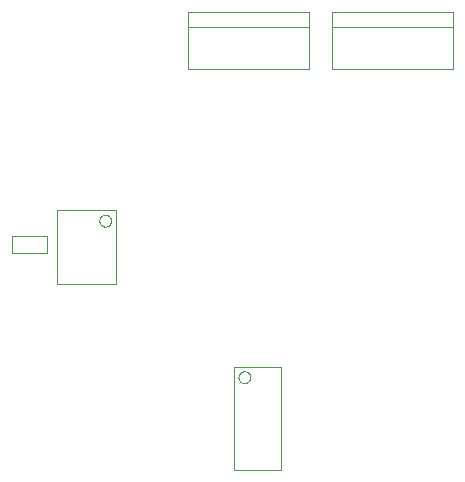
<source format=gbr>
%FSDAX24Y24*%
%MOIN*%
%SFA1B1*%

%IPPOS*%
%ADD59C,0.003900*%
%LNde-060418_mechanical_13-1*%
%LPD*%
G54D59*
X008664Y007268D02*
D01*
X008663Y007281*
X008662Y007295*
X008659Y007308*
X008656Y007322*
X008652Y007335*
X008646Y007348*
X008640Y007360*
X008634Y007372*
X008626Y007383*
X008617Y007394*
X008608Y007404*
X008598Y007414*
X008588Y007423*
X008577Y007431*
X008565Y007438*
X008553Y007445*
X008540Y007450*
X008527Y007455*
X008514Y007459*
X008501Y007462*
X008487Y007463*
X008473Y007464*
X008460*
X008446Y007463*
X008432Y007462*
X008419Y007459*
X008406Y007455*
X008393Y007450*
X008380Y007445*
X008368Y007438*
X008356Y007431*
X008345Y007423*
X008335Y007414*
X008325Y007404*
X008316Y007394*
X008307Y007383*
X008299Y007372*
X008293Y007360*
X008287Y007348*
X008281Y007335*
X008277Y007322*
X008274Y007308*
X008271Y007295*
X008270Y007281*
X008270Y007268*
X008270Y007254*
X008271Y007240*
X008274Y007227*
X008277Y007213*
X008281Y007200*
X008287Y007187*
X008293Y007175*
X008299Y007163*
X008307Y007152*
X008316Y007141*
X008325Y007131*
X008335Y007121*
X008345Y007112*
X008356Y007104*
X008368Y007097*
X008380Y007090*
X008393Y007085*
X008406Y007080*
X008419Y007076*
X008432Y007073*
X008446Y007072*
X008460Y007071*
X008473*
X008487Y007072*
X008501Y007073*
X008514Y007076*
X008527Y007080*
X008540Y007085*
X008553Y007090*
X008565Y007097*
X008577Y007104*
X008588Y007112*
X008598Y007121*
X008608Y007131*
X008617Y007141*
X008626Y007152*
X008634Y007163*
X008640Y007175*
X008646Y007187*
X008652Y007200*
X008656Y007213*
X008659Y007227*
X008662Y007240*
X008663Y007254*
X008664Y007268*
X004027Y012486D02*
D01*
X004026Y012499*
X004025Y012513*
X004022Y012526*
X004019Y012540*
X004015Y012553*
X004009Y012566*
X004003Y012578*
X003997Y012590*
X003989Y012601*
X003980Y012612*
X003971Y012622*
X003961Y012632*
X003951Y012641*
X003940Y012649*
X003928Y012656*
X003916Y012663*
X003903Y012668*
X003890Y012673*
X003877Y012677*
X003864Y012680*
X003850Y012681*
X003836Y012682*
X003823*
X003809Y012681*
X003795Y012680*
X003782Y012677*
X003769Y012673*
X003756Y012668*
X003743Y012663*
X003731Y012656*
X003719Y012649*
X003708Y012641*
X003698Y012632*
X003688Y012622*
X003679Y012612*
X003670Y012601*
X003662Y012590*
X003656Y012578*
X003650Y012566*
X003644Y012553*
X003640Y012540*
X003637Y012526*
X003634Y012513*
X003633Y012499*
X003633Y012486*
X003633Y012472*
X003634Y012458*
X003637Y012445*
X003640Y012431*
X003644Y012418*
X003650Y012405*
X003656Y012393*
X003662Y012381*
X003670Y012370*
X003679Y012359*
X003688Y012349*
X003698Y012339*
X003708Y012330*
X003719Y012322*
X003731Y012315*
X003743Y012308*
X003756Y012303*
X003769Y012298*
X003782Y012294*
X003795Y012291*
X003809Y012290*
X003823Y012289*
X003836*
X003850Y012290*
X003864Y012291*
X003877Y012294*
X003890Y012298*
X003903Y012303*
X003916Y012308*
X003928Y012315*
X003940Y012322*
X003951Y012330*
X003961Y012339*
X003971Y012349*
X003980Y012359*
X003989Y012370*
X003997Y012381*
X004003Y012393*
X004009Y012405*
X004015Y012418*
X004019Y012431*
X004022Y012445*
X004025Y012458*
X004026Y012472*
X004027Y012486*
X008113Y004178D02*
X009687D01*
X008113Y007622D02*
X009687D01*
Y004178D02*
Y007622D01*
X008113Y004178D02*
Y007622D01*
X002216Y010360D02*
Y012840D01*
X004184Y010360D02*
Y012840D01*
X002216Y010360D02*
X004184D01*
X002216Y012840D02*
X004184D01*
X000709Y011976D02*
X001891D01*
X000709Y011424D02*
X001891D01*
Y011976*
X000709Y011424D02*
Y011976D01*
X006572Y018947D02*
X010628D01*
Y017530D02*
Y019439D01*
X006572Y017530D02*
Y019439D01*
X010628*
X006572Y017530D02*
X010628D01*
X011372Y018947D02*
X015428D01*
Y017530D02*
Y019439D01*
X011372Y017530D02*
Y019439D01*
X015428*
X011372Y017530D02*
X015428D01*
M02*
</source>
